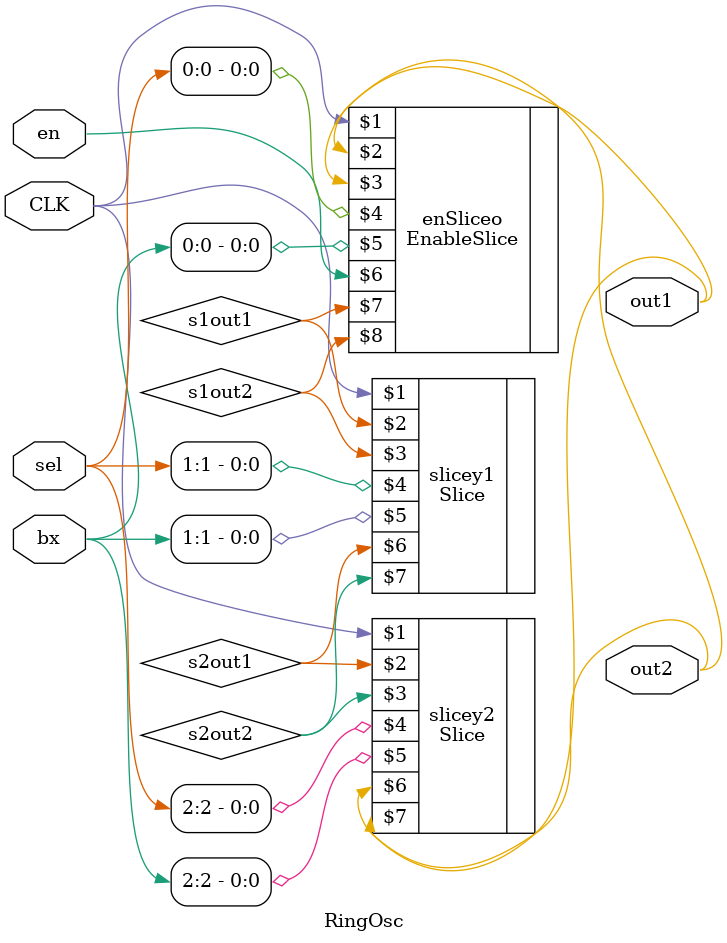
<source format=sv>
`timescale 1ns / 1ps


module RingOsc(
    input CLK,
    input logic [2:0] sel,
    input logic [2:0] bx,
    input logic en,
    output logic out1, out2
    );
    logic s1out1, s1out2, s2out1, s2out2;
    EnableSlice enSliceo(CLK, out1, out2, sel[0], bx[0], en, s1out1, s1out2);
    Slice slicey1(CLK, s1out1, s1out2, sel[1], bx[1], s2out1, s2out2);
    Slice slicey2(CLK, s2out1, s2out2, sel[2], bx[2], out1, out2);
endmodule

</source>
